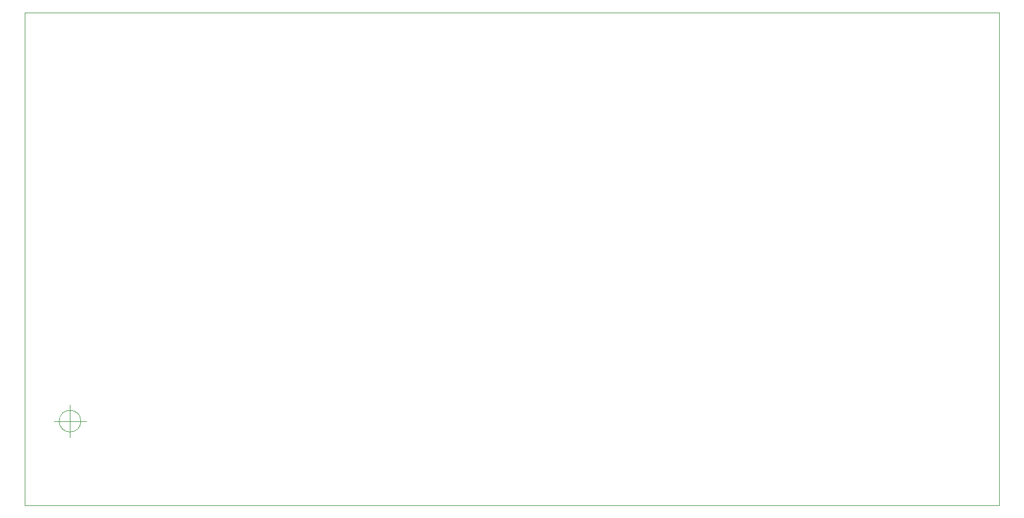
<source format=gm1>
G04 #@! TF.GenerationSoftware,KiCad,Pcbnew,(5.99.0-10527-gaaffd0c137)*
G04 #@! TF.CreationDate,2021-08-05T17:11:32-04:00*
G04 #@! TF.ProjectId,miBlackSVR,6d69426c-6163-46b5-9356-522e6b696361,rev?*
G04 #@! TF.SameCoordinates,Original*
G04 #@! TF.FileFunction,Profile,NP*
%FSLAX46Y46*%
G04 Gerber Fmt 4.6, Leading zero omitted, Abs format (unit mm)*
G04 Created by KiCad (PCBNEW (5.99.0-10527-gaaffd0c137)) date 2021-08-05 17:11:32*
%MOMM*%
%LPD*%
G01*
G04 APERTURE LIST*
G04 #@! TA.AperFunction,Profile*
%ADD10C,0.050000*%
G04 #@! TD*
G04 APERTURE END LIST*
D10*
X73000000Y-130000000D02*
X223000000Y-130005000D01*
X73000000Y-54000000D02*
X223000000Y-54000000D01*
X73000000Y-130000000D02*
X73000000Y-54000000D01*
X223000000Y-54000000D02*
X223000000Y-130005000D01*
X81666666Y-117000000D02*
G75*
G03*
X81666666Y-117000000I-1666666J0D01*
G01*
X77500000Y-117000000D02*
X82500000Y-117000000D01*
X80000000Y-114500000D02*
X80000000Y-119500000D01*
M02*

</source>
